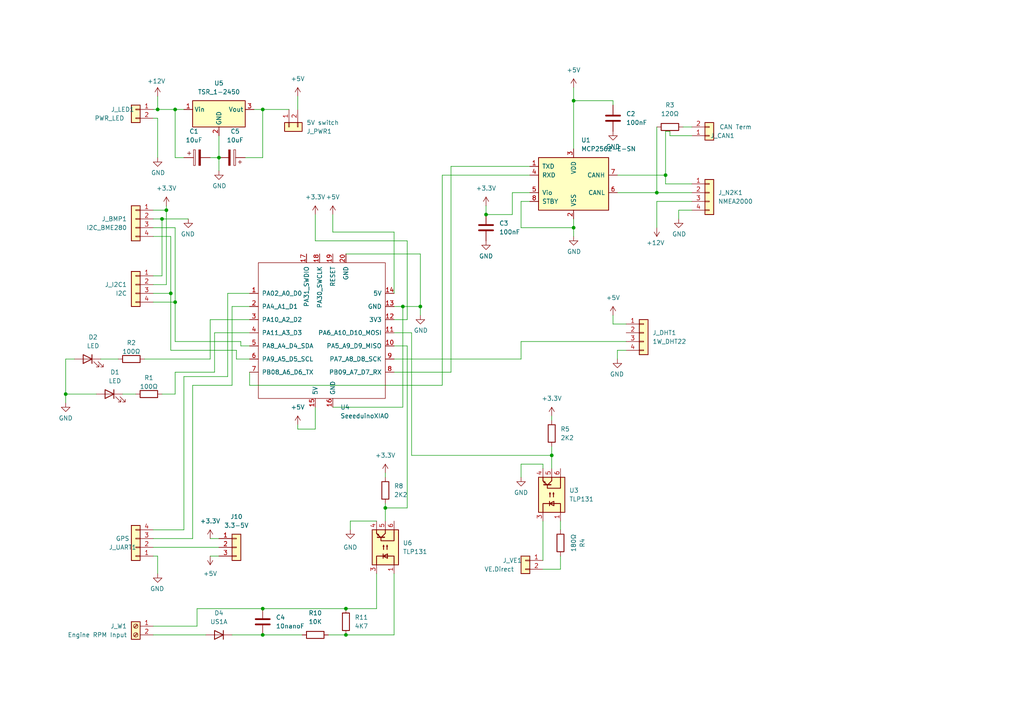
<source format=kicad_sch>
(kicad_sch (version 20231120) (generator "eeschema") (generator_version "8.0")
  (paper "A4")
  (lib_symbols
    (symbol "Connector:Screw_Terminal_01x02" (pin_names (offset 1.016) hide)
      (property "Reference" "J" (at 0 2.54 0))
      (property "Value" "Screw_Terminal_01x02" (at 0 -5.08 0))
      (symbol "Screw_Terminal_01x02_1_1"
        (rectangle (start -1.27 1.27) (end 1.27 -3.81) (stroke (width 0.254)) (fill (type background)))
        (circle (center 0 -2.54) (radius 0.635) (stroke (width 0.1524)))
        (polyline (pts (xy -0.5334 -2.2098) (xy 0.3302 -3.048)) (stroke (width 0.1524)))
        (polyline (pts (xy -0.5334 0.3302) (xy 0.3302 -0.508)) (stroke (width 0.1524)))
        (polyline (pts (xy -0.3556 -2.032) (xy 0.508 -2.8702)) (stroke (width 0.1524)))
        (polyline (pts (xy -0.3556 0.508) (xy 0.508 -0.3302)) (stroke (width 0.1524)))
        (circle (center 0 0) (radius 0.635) (stroke (width 0.1524)))
        (pin passive line (at -5.08 0 0) (length 3.81) (name "Pin_1") (number "1"))
        (pin passive line (at -5.08 -2.54 0) (length 3.81) (name "Pin_2") (number "2"))
      )
    )
    (symbol "Connector_Generic:Conn_01x02" (pin_names (offset 1.016) hide)
      (property "Reference" "J" (at 0 2.54 0))
      (property "Value" "Conn_01x02" (at 0 -5.08 0))
      (symbol "Conn_01x02_1_1"
        (rectangle (start -1.27 -2.413) (end 0 -2.667) (stroke (width 0.1524)))
        (rectangle (start -1.27 0.127) (end 0 -0.127) (stroke (width 0.1524)))
        (rectangle (start -1.27 1.27) (end 1.27 -3.81) (stroke (width 0.254)) (fill (type background)))
        (pin passive line (at -5.08 0 0) (length 3.81) (name "Pin_1") (number "1"))
        (pin passive line (at -5.08 -2.54 0) (length 3.81) (name "Pin_2") (number "2"))
      )
    )
    (symbol "Connector_Generic:Conn_01x03" (pin_names (offset 1.016) hide)
      (property "Reference" "J" (at 0 5.08 0))
      (property "Value" "Conn_01x03" (at 0 -5.08 0))
      (symbol "Conn_01x03_1_1"
        (rectangle (start -1.27 -2.413) (end 0 -2.667) (stroke (width 0.1524)))
        (rectangle (start -1.27 0.127) (end 0 -0.127) (stroke (width 0.1524)))
        (rectangle (start -1.27 2.667) (end 0 2.413) (stroke (width 0.1524)))
        (rectangle (start -1.27 3.81) (end 1.27 -3.81) (stroke (width 0.254)) (fill (type background)))
        (pin passive line (at -5.08 2.54 0) (length 3.81) (name "Pin_1") (number "1"))
        (pin passive line (at -5.08 0 0) (length 3.81) (name "Pin_2") (number "2"))
        (pin passive line (at -5.08 -2.54 0) (length 3.81) (name "Pin_3") (number "3"))
      )
    )
    (symbol "Connector_Generic:Conn_01x04" (pin_names (offset 1.016) hide)
      (property "Reference" "J" (at 0 5.08 0))
      (property "Value" "Conn_01x04" (at 0 -7.62 0))
      (symbol "Conn_01x04_1_1"
        (rectangle (start -1.27 -4.953) (end 0 -5.207) (stroke (width 0.1524)))
        (rectangle (start -1.27 -2.413) (end 0 -2.667) (stroke (width 0.1524)))
        (rectangle (start -1.27 0.127) (end 0 -0.127) (stroke (width 0.1524)))
        (rectangle (start -1.27 2.667) (end 0 2.413) (stroke (width 0.1524)))
        (rectangle (start -1.27 3.81) (end 1.27 -6.35) (stroke (width 0.254)) (fill (type background)))
        (pin passive line (at -5.08 2.54 0) (length 3.81) (name "Pin_1") (number "1"))
        (pin passive line (at -5.08 0 0) (length 3.81) (name "Pin_2") (number "2"))
        (pin passive line (at -5.08 -2.54 0) (length 3.81) (name "Pin_3") (number "3"))
        (pin passive line (at -5.08 -5.08 0) (length 3.81) (name "Pin_4") (number "4"))
      )
    )
    (symbol "Device:C" (pin_numbers hide) (pin_names (offset 0.254))
      (property "Reference" "C" (at 0.635 2.54 0))
      (property "Value" "C" (at 0.635 -2.54 0))
      (symbol "C_0_1"
        (polyline (pts (xy -2.032 -0.762) (xy 2.032 -0.762)) (stroke (width 0.508)))
        (polyline (pts (xy -2.032 0.762) (xy 2.032 0.762)) (stroke (width 0.508)))
      )
      (symbol "C_1_1"
        (pin passive line (at 0 3.81 270) (length 2.794) (name "~") (number "1"))
        (pin passive line (at 0 -3.81 90) (length 2.794) (name "~") (number "2"))
      )
    )
    (symbol "Device:C_Polarized" (pin_numbers hide) (pin_names (offset 0.254))
      (property "Reference" "C" (at 0.635 2.54 0))
      (property "Value" "C_Polarized" (at 0.635 -2.54 0))
      (symbol "C_Polarized_0_1"
        (rectangle (start -2.286 0.508) (end 2.286 1.016))
        (polyline (pts (xy -1.778 2.286) (xy -0.762 2.286)))
        (polyline (pts (xy -1.27 2.794) (xy -1.27 1.778)))
        (rectangle (start 2.286 -0.508) (end -2.286 -1.016) (fill (type outline)))
      )
      (symbol "C_Polarized_1_1"
        (pin passive line (at 0 3.81 270) (length 2.794) (name "~") (number "1"))
        (pin passive line (at 0 -3.81 90) (length 2.794) (name "~") (number "2"))
      )
    )
    (symbol "Device:LED" (pin_numbers hide) (pin_names (offset 1.016) hide)
      (property "Reference" "D" (at 0 2.54 0))
      (property "Value" "LED" (at 0 -2.54 0))
      (symbol "LED_0_1"
        (polyline (pts (xy -1.27 -1.27) (xy -1.27 1.27)) (stroke (width 0.254)))
        (polyline (pts (xy -1.27 0) (xy 1.27 0)))
        (polyline (pts (xy 1.27 -1.27) (xy 1.27 1.27) (xy -1.27 0) (xy 1.27 -1.27)) (stroke (width 0.254)))
        (polyline (pts (xy -3.048 -0.762) (xy -4.572 -2.286) (xy -3.81 -2.286) (xy -4.572 -2.286) (xy -4.572 -1.524)))
        (polyline (pts (xy -1.778 -0.762) (xy -3.302 -2.286) (xy -2.54 -2.286) (xy -3.302 -2.286) (xy -3.302 -1.524)))
      )
      (symbol "LED_1_1"
        (pin passive line (at -3.81 0 0) (length 2.54) (name "K") (number "1"))
        (pin passive line (at 3.81 0 180) (length 2.54) (name "A") (number "2"))
      )
    )
    (symbol "Device:R" (pin_numbers hide) (pin_names (offset 0))
      (property "Reference" "R" (at 2.032 0 90))
      (property "Value" "R" (at 0 0 90))
      (symbol "R_0_1"
        (rectangle (start -1.016 -2.54) (end 1.016 2.54) (stroke (width 0.254)))
      )
      (symbol "R_1_1"
        (pin passive line (at 0 3.81 270) (length 1.27) (name "~") (number "1"))
        (pin passive line (at 0 -3.81 90) (length 1.27) (name "~") (number "2"))
      )
    )
    (symbol "Diode:US1A" (pin_numbers hide) (pin_names hide)
      (property "Reference" "D" (at 0 2.54 0))
      (property "Value" "US1A" (at 0 -2.54 0))
      (symbol "US1A_0_1"
        (polyline (pts (xy -1.27 1.27) (xy -1.27 -1.27)) (stroke (width 0.254)))
        (polyline (pts (xy 1.27 0) (xy -1.27 0)))
        (polyline (pts (xy 1.27 1.27) (xy 1.27 -1.27) (xy -1.27 0) (xy 1.27 1.27)) (stroke (width 0.254)))
      )
      (symbol "US1A_1_1"
        (pin passive line (at -3.81 0 0) (length 2.54) (name "K") (number "1"))
        (pin passive line (at 3.81 0 180) (length 2.54) (name "A") (number "2"))
      )
    )
    (symbol "GND_1" (power) (pin_numbers hide) (pin_names (offset 0) hide)
      (property "Value" "GND" (at 0 -3.81 0))
      (symbol "GND_1_0_1"
        (polyline (pts (xy 0 0) (xy 0 -1.27) (xy 1.27 -1.27) (xy 0 -2.54) (xy -1.27 -1.27) (xy 0 -1.27)))
      )
      (symbol "GND_1_1_1"
        (pin power_in line (at 0 0 270) (length 0) (name "~") (number "1"))
      )
    )
    (symbol "Interface_CAN_LIN:MCP2562-E-SN" (pin_names (offset 1.016))
      (property "Reference" "U" (at -10.16 8.89 0))
      (property "Value" "MCP2562-E-SN" (at 2.54 8.89 0))
      (symbol "MCP2562-E-SN_0_1"
        (rectangle (start -10.16 7.62) (end 10.16 -7.62) (stroke (width 0.254)) (fill (type background)))
      )
      (symbol "MCP2562-E-SN_1_1"
        (pin input line (at -12.7 5.08 0) (length 2.54) (name "TXD") (number "1"))
        (pin power_in line (at 0 -10.16 90) (length 2.54) (name "VSS") (number "2"))
        (pin power_in line (at 0 10.16 270) (length 2.54) (name "VDD") (number "3"))
        (pin output line (at -12.7 2.54 0) (length 2.54) (name "RXD") (number "4"))
        (pin power_in line (at -12.7 -2.54 0) (length 2.54) (name "Vio") (number "5"))
        (pin bidirectional line (at 12.7 -2.54 180) (length 2.54) (name "CANL") (number "6"))
        (pin bidirectional line (at 12.7 2.54 180) (length 2.54) (name "CANH") (number "7"))
        (pin input line (at -12.7 -5.08 0) (length 2.54) (name "STBY") (number "8"))
      )
    )
    (symbol "Isolator:TLP131" (pin_names (offset 1.016))
      (property "Reference" "U" (at -5.207 4.826 0))
      (property "Value" "TLP131" (at -5.08 -5.08 0))
      (symbol "TLP131_0_1"
        (rectangle (start -5.08 3.81) (end 5.08 -3.81) (stroke (width 0.254)) (fill (type background)))
        (polyline (pts (xy -3.175 -0.635) (xy -1.905 -0.635)) (stroke (width 0.254)))
        (polyline (pts (xy 2.921 -1.397) (xy 4.064 -2.54)) (stroke (width 0.254)))
        (polyline (pts (xy 2.921 -1.143) (xy 4.064 0)) (stroke (width 0.254)))
        (polyline (pts (xy 4.064 -2.54) (xy 5.08 -2.54)) (stroke (width 0.254)))
        (polyline (pts (xy 5.08 0) (xy 4.064 0)) (stroke (width 0.254)))
        (polyline (pts (xy 2.921 -0.254) (xy 2.921 -2.286) (xy 2.921 -2.286)) (stroke (width 0.3556)))
        (polyline (pts (xy -5.08 -2.54) (xy -2.54 -2.54) (xy -2.54 2.54) (xy -5.08 2.54)) (stroke (width 0.254)))
        (polyline (pts (xy -2.54 -0.635) (xy -3.175 0.635) (xy -1.905 0.635) (xy -2.54 -0.635)) (stroke (width 0.254)))
        (polyline (pts (xy 2.921 -1.27) (xy 1.905 -1.27) (xy 1.905 2.54) (xy 5.08 2.54)) (stroke (width 0.254)))
        (polyline (pts (xy 3.937 -2.413) (xy 3.683 -1.905) (xy 3.429 -2.159) (xy 3.937 -2.413)) (stroke (width 0.254)))
        (polyline (pts (xy -0.635 -0.508) (xy 0.635 -0.508) (xy 0.254 -0.635) (xy 0.254 -0.381) (xy 0.635 -0.508)) (stroke (width 0.254)))
        (polyline (pts (xy -0.635 0.508) (xy 0.635 0.508) (xy 0.254 0.381) (xy 0.254 0.635) (xy 0.635 0.508)) (stroke (width 0.254)))
      )
      (symbol "TLP131_1_1"
        (pin passive line (at -7.62 2.54 0) (length 2.54) (name "~") (number "1"))
        (pin passive line (at -7.62 -2.54 0) (length 2.54) (name "~") (number "3"))
        (pin passive line (at 7.62 -2.54 180) (length 2.54) (name "~") (number "4"))
        (pin open_collector line (at 7.62 0 180) (length 2.54) (name "~") (number "5"))
        (pin passive line (at 7.62 2.54 180) (length 2.54) (name "~") (number "6"))
      )
    )
    (symbol "Regulator_Switching:TSR_1-2450"
      (property "Reference" "U" (at -7.62 6.35 0))
      (property "Value" "TSR_1-2450" (at -1.27 6.35 0))
      (symbol "TSR_1-2450_0_1"
        (rectangle (start -7.62 5.08) (end 7.62 -2.54) (stroke (width 0.254)) (fill (type background)))
      )
      (symbol "TSR_1-2450_1_1"
        (pin power_in line (at -10.16 2.54 0) (length 2.54) (name "Vin") (number "1"))
        (pin power_in line (at 0 -5.08 90) (length 2.54) (name "GND") (number "2"))
        (pin power_out line (at 10.16 2.54 180) (length 2.54) (name "Vout") (number "3"))
      )
    )
    (symbol "power:+12V" (power) (pin_names (offset 0))
      (property "Value" "+12V" (at 0 3.556 0))
      (symbol "+12V_0_1"
        (polyline (pts (xy -0.762 1.27) (xy 0 2.54)))
        (polyline (pts (xy 0 0) (xy 0 2.54)))
        (polyline (pts (xy 0 2.54) (xy 0.762 1.27)))
      )
      (symbol "+12V_1_1"
        (pin power_in line (at 0 0 90) (length 0) hide (name "+12V") (number "1"))
      )
    )
    (symbol "power:+3.3V" (power) (pin_names (offset 0))
      (property "Value" "+3.3V" (at 0 3.556 0))
      (symbol "+3.3V_0_1"
        (polyline (pts (xy -0.762 1.27) (xy 0 2.54)))
        (polyline (pts (xy 0 0) (xy 0 2.54)))
        (polyline (pts (xy 0 2.54) (xy 0.762 1.27)))
      )
      (symbol "+3.3V_1_1"
        (pin power_in line (at 0 0 90) (length 0) hide (name "+3.3V") (number "1"))
      )
    )
    (symbol "power:+5V" (power) (pin_names (offset 0))
      (property "Value" "+5V" (at 0 3.556 0))
      (symbol "+5V_0_1"
        (polyline (pts (xy -0.762 1.27) (xy 0 2.54)))
        (polyline (pts (xy 0 0) (xy 0 2.54)))
        (polyline (pts (xy 0 2.54) (xy 0.762 1.27)))
      )
      (symbol "+5V_1_1"
        (pin power_in line (at 0 0 90) (length 0) hide (name "+5V") (number "1"))
      )
    )
    (symbol "power:GND" (power) (pin_names (offset 0))
      (property "Value" "GND" (at 0 -3.81 0))
      (symbol "GND_0_1"
        (polyline (pts (xy 0 0) (xy 0 -1.27) (xy 1.27 -1.27) (xy 0 -2.54) (xy -1.27 -1.27) (xy 0 -1.27)))
      )
      (symbol "GND_1_1"
        (pin power_in line (at 0 0 270) (length 0) hide (name "GND") (number "1"))
      )
    )
    (symbol "xiao:SeeeduinoXIAO" (pin_names (offset 1.016))
      (property "Reference" "U" (at -19.05 22.86 0))
      (property "Value" "SeeeduinoXIAO" (at -12.7 21.59 0))
      (symbol "SeeeduinoXIAO_0_1"
        (rectangle (start -19.05 20.32) (end 17.78 -19.05))
      )
      (symbol "SeeeduinoXIAO_1_1"
        (pin unspecified line (at -21.59 11.43 0) (length 2.54) (name "PA02_A0_D0") (number "1"))
        (pin unspecified line (at 20.32 -3.81 180) (length 2.54) (name "PA5_A9_D9_MISO") (number "10"))
        (pin unspecified line (at 20.32 0 180) (length 2.54) (name "PA6_A10_D10_MOSI") (number "11"))
        (pin unspecified line (at 20.32 3.81 180) (length 2.54) (name "3V3") (number "12"))
        (pin unspecified line (at 20.32 7.62 180) (length 2.54) (name "GND") (number "13"))
        (pin unspecified line (at 20.32 11.43 180) (length 2.54) (name "5V") (number "14"))
        (pin input line (at -2.54 -21.59 90) (length 2.54) (name "5V") (number "15"))
        (pin input line (at 2.54 -21.59 90) (length 2.54) (name "GND") (number "16"))
        (pin input line (at -5.08 22.86 270) (length 2.54) (name "PA31_SWDIO") (number "17"))
        (pin input line (at -1.27 22.86 270) (length 2.54) (name "PA30_SWCLK") (number "18"))
        (pin input line (at 2.54 22.86 270) (length 2.54) (name "RESET") (number "19"))
        (pin unspecified line (at -21.59 7.62 0) (length 2.54) (name "PA4_A1_D1") (number "2"))
        (pin input line (at 6.35 22.86 270) (length 2.54) (name "GND") (number "20"))
        (pin unspecified line (at -21.59 3.81 0) (length 2.54) (name "PA10_A2_D2") (number "3"))
        (pin unspecified line (at -21.59 0 0) (length 2.54) (name "PA11_A3_D3") (number "4"))
        (pin unspecified line (at -21.59 -3.81 0) (length 2.54) (name "PA8_A4_D4_SDA") (number "5"))
        (pin unspecified line (at -21.59 -7.62 0) (length 2.54) (name "PA9_A5_D5_SCL") (number "6"))
        (pin unspecified line (at -21.59 -11.43 0) (length 2.54) (name "PB08_A6_D6_TX") (number "7"))
        (pin unspecified line (at 20.32 -11.43 180) (length 2.54) (name "PB09_A7_D7_RX") (number "8"))
        (pin unspecified line (at 20.32 -7.62 180) (length 2.54) (name "PA7_A8_D8_SCK") (number "9"))
      )
    )
  )
  (junction (at 193.04 50.8))
  (junction (at 76.2 184.15))
  (junction (at 46.99 63.5))
  (junction (at 160.02 132.08))
  (junction (at 45.72 31.75))
  (junction (at 100.33 176.53))
  (junction (at 166.37 66.04))
  (junction (at 100.33 184.15))
  (junction (at 111.76 147.32))
  (junction (at 49.53 85.09))
  (junction (at 140.97 62.23))
  (junction (at 76.2 31.75))
  (junction (at 19.05 114.3))
  (junction (at 116.84 88.9))
  (junction (at 166.37 29.21))
  (junction (at 121.92 88.9))
  (junction (at 50.8 31.75))
  (junction (at 48.26 60.96))
  (junction (at 63.5 45.72))
  (junction (at 76.2 176.53))
  (junction (at 50.8 87.63))
  (junction (at 190.5 55.88))
  (wire (pts (xy 190.5 55.88) (xy 200.66 55.88)))
  (wire (pts (xy 119.38 96.52) (xy 119.38 132.08)))
  (wire (pts (xy 179.07 101.6) (xy 179.07 104.14)))
  (wire (pts (xy 57.15 181.61) (xy 44.45 181.61)))
  (wire (pts (xy 66.04 109.22) (xy 66.04 85.09)))
  (wire (pts (xy 49.53 68.58) (xy 49.53 85.09)))
  (wire (pts (xy 151.13 58.42) (xy 153.67 58.42)))
  (wire (pts (xy 45.72 34.29) (xy 45.72 45.72)))
  (wire (pts (xy 46.99 80.01) (xy 44.45 80.01)))
  (wire (pts (xy 140.97 59.69) (xy 140.97 62.23)))
  (wire (pts (xy 151.13 66.04) (xy 166.37 66.04)))
  (wire (pts (xy 193.04 53.34) (xy 193.04 50.8)))
  (wire (pts (xy 49.53 85.09) (xy 49.53 101.6)))
  (wire (pts (xy 50.8 87.63) (xy 44.45 87.63)))
  (wire (pts (xy 114.3 67.31) (xy 114.3 85.09)))
  (wire (pts (xy 151.13 58.42) (xy 151.13 66.04)))
  (wire (pts (xy 181.61 93.98) (xy 177.8 93.98)))
  (wire (pts (xy 76.2 184.15) (xy 87.63 184.15)))
  (wire (pts (xy 67.31 88.9) (xy 72.39 88.9)))
  (wire (pts (xy 140.97 62.23) (xy 148.59 62.23)))
  (wire (pts (xy 130.81 48.26) (xy 153.67 48.26)))
  (wire (pts (xy 190.5 36.83) (xy 190.5 55.88)))
  (wire (pts (xy 45.72 31.75) (xy 50.8 31.75)))
  (wire (pts (xy 91.44 69.85) (xy 118.11 69.85)))
  (wire (pts (xy 111.76 137.16) (xy 111.76 138.43)))
  (wire (pts (xy 62.23 96.52) (xy 72.39 96.52)))
  (wire (pts (xy 177.8 30.48) (xy 177.8 29.21)))
  (wire (pts (xy 166.37 29.21) (xy 177.8 29.21)))
  (wire (pts (xy 109.22 151.13) (xy 101.6 151.13)))
  (wire (pts (xy 151.13 134.62) (xy 151.13 138.43)))
  (wire (pts (xy 91.44 118.11) (xy 91.44 124.46)))
  (wire (pts (xy 66.04 85.09) (xy 72.39 85.09)))
  (wire (pts (xy 109.22 176.53) (xy 100.33 176.53)))
  (wire (pts (xy 162.56 151.13) (xy 162.56 153.67)))
  (wire (pts (xy 72.39 107.95) (xy 72.39 111.76)))
  (wire (pts (xy 160.02 121.92) (xy 160.02 120.65)))
  (wire (pts (xy 119.38 132.08) (xy 160.02 132.08)))
  (wire (pts (xy 50.8 31.75) (xy 53.34 31.75)))
  (wire (pts (xy 46.99 114.3) (xy 50.8 114.3)))
  (wire (pts (xy 114.3 107.95) (xy 130.81 107.95)))
  (wire (pts (xy 95.25 184.15) (xy 100.33 184.15)))
  (wire (pts (xy 200.66 36.83) (xy 198.12 36.83)))
  (wire (pts (xy 68.58 104.14) (xy 72.39 104.14)))
  (wire (pts (xy 57.15 176.53) (xy 57.15 181.61)))
  (wire (pts (xy 49.53 68.58) (xy 44.45 68.58)))
  (wire (pts (xy 157.48 135.89) (xy 157.48 134.62)))
  (wire (pts (xy 44.45 158.75) (xy 63.5 158.75)))
  (wire (pts (xy 50.8 114.3) (xy 50.8 107.95)))
  (wire (pts (xy 157.48 151.13) (xy 157.48 162.56)))
  (wire (pts (xy 160.02 129.54) (xy 160.02 132.08)))
  (wire (pts (xy 44.45 60.96) (xy 48.26 60.96)))
  (wire (pts (xy 118.11 92.71) (xy 114.3 92.71)))
  (wire (pts (xy 114.3 100.33) (xy 118.11 100.33)))
  (wire (pts (xy 193.04 38.1) (xy 193.04 50.8)))
  (wire (pts (xy 67.31 111.76) (xy 67.31 88.9)))
  (wire (pts (xy 69.85 100.33) (xy 72.39 100.33)))
  (wire (pts (xy 196.85 60.96) (xy 196.85 63.5)))
  (wire (pts (xy 91.44 62.23) (xy 91.44 69.85)))
  (wire (pts (xy 162.56 161.29) (xy 162.56 165.1)))
  (wire (pts (xy 55.88 111.76) (xy 55.88 156.21)))
  (wire (pts (xy 44.45 156.21) (xy 55.88 156.21)))
  (wire (pts (xy 86.36 27.94) (xy 86.36 31.75)))
  (wire (pts (xy 45.72 27.94) (xy 45.72 31.75)))
  (wire (pts (xy 190.5 58.42) (xy 200.66 58.42)))
  (wire (pts (xy 193.04 53.34) (xy 200.66 53.34)))
  (wire (pts (xy 111.76 147.32) (xy 111.76 151.13)))
  (wire (pts (xy 166.37 29.21) (xy 166.37 43.18)))
  (wire (pts (xy 48.26 60.96) (xy 48.26 82.55)))
  (wire (pts (xy 19.05 114.3) (xy 27.94 114.3)))
  (wire (pts (xy 148.59 55.88) (xy 148.59 62.23)))
  (wire (pts (xy 68.58 101.6) (xy 68.58 104.14)))
  (wire (pts (xy 194.31 38.1) (xy 193.04 38.1)))
  (wire (pts (xy 19.05 104.14) (xy 21.59 104.14)))
  (wire (pts (xy 190.5 58.42) (xy 190.5 66.04)))
  (wire (pts (xy 86.36 124.46) (xy 86.36 123.19)))
  (wire (pts (xy 121.92 73.66) (xy 121.92 88.9)))
  (wire (pts (xy 194.31 39.37) (xy 200.66 39.37)))
  (wire (pts (xy 48.26 59.69) (xy 48.26 60.96)))
  (wire (pts (xy 166.37 63.5) (xy 166.37 66.04)))
  (wire (pts (xy 151.13 99.06) (xy 181.61 99.06)))
  (wire (pts (xy 53.34 109.22) (xy 53.34 153.67)))
  (wire (pts (xy 166.37 66.04) (xy 166.37 68.58)))
  (wire (pts (xy 179.07 50.8) (xy 193.04 50.8)))
  (wire (pts (xy 62.23 107.95) (xy 62.23 96.52)))
  (wire (pts (xy 69.85 99.06) (xy 69.85 100.33)))
  (wire (pts (xy 41.91 104.14) (xy 60.96 104.14)))
  (wire (pts (xy 100.33 184.15) (xy 114.3 184.15)))
  (wire (pts (xy 63.5 39.37) (xy 63.5 45.72)))
  (wire (pts (xy 50.8 66.04) (xy 50.8 87.63)))
  (wire (pts (xy 19.05 116.84) (xy 19.05 114.3)))
  (wire (pts (xy 196.85 60.96) (xy 200.66 60.96)))
  (wire (pts (xy 130.81 48.26) (xy 130.81 107.95)))
  (wire (pts (xy 50.8 45.72) (xy 53.34 45.72)))
  (wire (pts (xy 44.45 82.55) (xy 48.26 82.55)))
  (wire (pts (xy 116.84 88.9) (xy 121.92 88.9)))
  (wire (pts (xy 111.76 146.05) (xy 111.76 147.32)))
  (wire (pts (xy 109.22 166.37) (xy 109.22 176.53)))
  (wire (pts (xy 19.05 104.14) (xy 19.05 114.3)))
  (wire (pts (xy 114.3 166.37) (xy 114.3 184.15)))
  (wire (pts (xy 153.67 50.8) (xy 128.27 50.8)))
  (wire (pts (xy 96.52 67.31) (xy 114.3 67.31)))
  (wire (pts (xy 55.88 111.76) (xy 67.31 111.76)))
  (wire (pts (xy 46.99 63.5) (xy 46.99 80.01)))
  (wire (pts (xy 114.3 104.14) (xy 151.13 104.14)))
  (wire (pts (xy 101.6 151.13) (xy 101.6 153.67)))
  (wire (pts (xy 53.34 109.22) (xy 66.04 109.22)))
  (wire (pts (xy 177.8 91.44) (xy 177.8 93.98)))
  (wire (pts (xy 60.96 45.72) (xy 63.5 45.72)))
  (wire (pts (xy 49.53 101.6) (xy 68.58 101.6)))
  (wire (pts (xy 118.11 69.85) (xy 118.11 92.71)))
  (wire (pts (xy 157.48 165.1) (xy 162.56 165.1)))
  (wire (pts (xy 71.12 45.72) (xy 76.2 45.72)))
  (wire (pts (xy 151.13 104.14) (xy 151.13 99.06)))
  (wire (pts (xy 60.96 104.14) (xy 60.96 92.71)))
  (wire (pts (xy 128.27 111.76) (xy 72.39 111.76)))
  (wire (pts (xy 166.37 25.4) (xy 166.37 29.21)))
  (wire (pts (xy 45.72 161.29) (xy 45.72 166.37)))
  (wire (pts (xy 114.3 88.9) (xy 116.84 88.9)))
  (wire (pts (xy 96.52 62.23) (xy 96.52 67.31)))
  (wire (pts (xy 73.66 31.75) (xy 76.2 31.75)))
  (wire (pts (xy 179.07 101.6) (xy 181.61 101.6)))
  (wire (pts (xy 121.92 88.9) (xy 121.92 91.44)))
  (wire (pts (xy 160.02 132.08) (xy 160.02 135.89)))
  (wire (pts (xy 148.59 55.88) (xy 153.67 55.88)))
  (wire (pts (xy 44.45 153.67) (xy 53.34 153.67)))
  (wire (pts (xy 96.52 118.11) (xy 116.84 118.11)))
  (wire (pts (xy 57.15 176.53) (xy 76.2 176.53)))
  (wire (pts (xy 54.61 63.5) (xy 46.99 63.5)))
  (wire (pts (xy 29.21 104.14) (xy 34.29 104.14)))
  (wire (pts (xy 118.11 100.33) (xy 118.11 147.32)))
  (wire (pts (xy 111.76 147.32) (xy 118.11 147.32)))
  (wire (pts (xy 50.8 66.04) (xy 44.45 66.04)))
  (wire (pts (xy 60.96 161.29) (xy 63.5 161.29)))
  (wire (pts (xy 44.45 34.29) (xy 45.72 34.29)))
  (wire (pts (xy 76.2 31.75) (xy 83.82 31.75)))
  (wire (pts (xy 116.84 118.11) (xy 116.84 88.9)))
  (wire (pts (xy 44.45 161.29) (xy 45.72 161.29)))
  (wire (pts (xy 50.8 107.95) (xy 62.23 107.95)))
  (wire (pts (xy 50.8 99.06) (xy 69.85 99.06)))
  (wire (pts (xy 60.96 92.71) (xy 72.39 92.71)))
  (wire (pts (xy 46.99 63.5) (xy 44.45 63.5)))
  (wire (pts (xy 91.44 124.46) (xy 86.36 124.46)))
  (wire (pts (xy 194.31 38.1) (xy 194.31 39.37)))
  (wire (pts (xy 63.5 45.72) (xy 63.5 49.53)))
  (wire (pts (xy 44.45 184.15) (xy 59.69 184.15)))
  (wire (pts (xy 157.48 134.62) (xy 151.13 134.62)))
  (wire (pts (xy 179.07 55.88) (xy 190.5 55.88)))
  (wire (pts (xy 67.31 184.15) (xy 76.2 184.15)))
  (wire (pts (xy 114.3 96.52) (xy 119.38 96.52)))
  (wire (pts (xy 63.5 156.21) (xy 60.96 156.21)))
  (wire (pts (xy 100.33 73.66) (xy 121.92 73.66)))
  (wire (pts (xy 44.45 31.75) (xy 45.72 31.75)))
  (wire (pts (xy 128.27 50.8) (xy 128.27 111.76)))
  (wire (pts (xy 76.2 176.53) (xy 100.33 176.53)))
  (wire (pts (xy 50.8 31.75) (xy 50.8 45.72)))
  (wire (pts (xy 50.8 87.63) (xy 50.8 99.06)))
  (wire (pts (xy 49.53 85.09) (xy 44.45 85.09)))
  (wire (pts (xy 35.56 114.3) (xy 39.37 114.3)))
  (wire (pts (xy 76.2 45.72) (xy 76.2 31.75)))
  (symbol (lib_id "power:GND") (at 63.5 49.53 0) (unit 1)
    (property "Reference" "#PWR04" (effects (hide yes)))
    (property "Value" "GND" (at 63.627 53.9242 0))
  )
  (symbol (lib_id "power:+12V") (at 45.72 27.94 0) (mirror y) (unit 1)
    (property "Reference" "#PWR01" (effects (hide yes)))
    (property "Value" "+12V" (at 45.339 23.5458 0))
  )
  (symbol (lib_id "power:GND") (at 166.37 68.58 0) (unit 1)
    (property "Reference" "#PWR0102" (effects (hide yes)))
    (property "Value" "GND" (at 166.497 72.9742 0))
  )
  (symbol (lib_id "power:+5V") (at 60.96 161.29 180) (unit 1)
    (property "Reference" "#PWR019" (effects (hide yes)))
    (property "Value" "+5V" (at 60.96 166.37 0))
  )
  (symbol (lib_id "Device:R") (at 111.76 142.24 0) (unit 1)
    (property "Reference" "R8" (at 114.3 140.9699 0) (effects (justify left)))
    (property "Value" "2K2" (at 114.3 143.5099 0) (effects (justify left)))
    (property "Footprint" "Resistor_SMD:R_0805_2012Metric_Pad1.20x1.40mm_HandSolder" (effects (hide yes)))
    (property "Description" "Resistor" (effects (hide yes)))
  )
  (symbol (lib_id "power:GND") (at 45.72 45.72 0) (unit 1)
    (property "Reference" "#PWR023" (effects (hide yes)))
    (property "Value" "GND" (at 45.847 50.1142 0))
  )
  (symbol (lib_id "power:+3.3V") (at 160.02 120.65 0) (unit 1)
    (property "Reference" "#PWR017" (effects (hide yes)))
    (property "Value" "+3.3V" (at 160.02 115.57 0))
  )
  (symbol (lib_id "power:+3.3V") (at 111.76 137.16 0) (unit 1)
    (property "Reference" "#PWR020" (effects (hide yes)))
    (property "Value" "+3.3V" (at 111.76 132.08 0))
  )
  (symbol (lib_id "power:+3.3V") (at 60.96 156.21 0) (mirror y) (unit 1)
    (property "Reference" "#PWR09" (effects (hide yes)))
    (property "Value" "+3.3V" (at 60.96 151.13 0))
  )
  (symbol (lib_id "Connector_Generic:Conn_01x02") (at 152.4 162.56 0) (mirror y) (unit 1)
    (property "Reference" "J_VE1" (at 148.59 162.56 0))
    (property "Value" "VE.Direct" (at 144.78 165.1 0))
    (property "Footprint" "Connector_JST:JST_PH_B2B-PH-K_1x02_P2.00mm_Vertical" (effects (hide yes)))
  )
  (symbol (lib_id "Interface_CAN_LIN:MCP2562-E-SN") (at 166.37 53.34 0) (unit 1)
    (property "Reference" "U1" (at 168.5641 40.64 0) (effects (justify left)))
    (property "Value" "MCP2562-E-SN" (at 168.5641 43.18 0) (effects (justify left)))
    (property "Footprint" "Package_SO:SOIC-8_3.9x4.9mm_P1.27mm" (effects (hide yes)))
    (property "Datasheet" "http://ww1.microchip.com/downloads/en/DeviceDoc/25167A.pdf" (effects (hide yes)))
    (property "Description" "High-Speed CAN Transceiver, 1Mbps, 5V supply, Vio pin, -40C to +125C, SOIC-8" (effects (hide yes)))
  )
  (symbol (lib_id "Device:C_Polarized") (at 67.31 45.72 270) (mirror x) (unit 1)
    (property "Reference" "C5" (at 68.199 38.1 90))
    (property "Value" "10uF" (at 68.199 40.64 90))
    (property "Footprint" "Capacitor_SMD:C_0805_2012Metric_Pad1.18x1.45mm_HandSolder" (effects (hide yes)))
  )
  (symbol (lib_id "power:+5V") (at 86.36 27.94 0) (unit 1)
    (property "Reference" "#PWR014" (effects (hide yes)))
    (property "Value" "+5V" (at 86.36 22.86 0))
  )
  (symbol (lib_id "Device:R") (at 162.56 157.48 0) (unit 1)
    (property "Reference" "R4" (at 168.91 157.48 90))
    (property "Value" "180Ω" (at 166.37 157.48 90))
    (property "Footprint" "Resistor_SMD:R_0805_2012Metric_Pad1.20x1.40mm_HandSolder" (effects (hide yes)))
  )
  (symbol (lib_id "Connector_Generic:Conn_01x02") (at 39.37 31.75 0) (mirror y) (unit 1)
    (property "Reference" "J_LED1" (at 35.56 31.75 0))
    (property "Value" "PWR_LED" (at 31.75 34.29 0))
    (property "Footprint" "Connector_JST:JST_PH_B2B-PH-K_1x02_P2.00mm_Vertical" (effects (hide yes)))
  )
  (symbol (lib_id "power:GND") (at 121.92 91.44 0) (unit 1)
    (property "Reference" "#PWR05" (effects (hide yes)))
    (property "Value" "GND" (at 122.047 95.8342 0))
  )
  (symbol (lib_id "power:+5V") (at 86.36 123.19 0) (unit 1)
    (property "Reference" "#PWR024" (effects (hide yes)))
    (property "Value" "+5V" (at 86.36 118.11 0))
  )
  (symbol (lib_id "power:+3.3V") (at 91.44 62.23 0) (unit 1)
    (property "Reference" "#PWR010" (effects (hide yes)))
    (property "Value" "+3.3V" (at 91.44 57.15 0))
  )
  (symbol (lib_id "Connector_Generic:Conn_01x04") (at 39.37 63.5 0) (mirror y) (unit 1)
    (property "Reference" "J_BMP1" (at 36.83 63.4999 0) (effects (justify left)))
    (property "Value" "I2C_BME280" (at 36.83 66.0399 0) (effects (justify left)))
    (property "Footprint" "Connector_PinHeader_2.54mm:PinHeader_1x04_P2.54mm_Vertical" (effects (hide yes)))
  )
  (symbol (lib_id "power:+3.3V") (at 48.26 59.69 0) (mirror y) (unit 1)
    (property "Reference" "#PWR012" (effects (hide yes)))
    (property "Value" "+3.3V" (at 48.26 54.61 0))
  )
  (symbol (lib_id "Connector_Generic:Conn_01x02") (at 205.74 39.37 0) (mirror x) (unit 1)
    (property "Reference" "J_CAN1" (at 209.55 39.37 0))
    (property "Value" "CAN Term" (at 213.36 36.83 0))
    (property "Footprint" "Connector_PinHeader_2.54mm:PinHeader_1x02_P2.54mm_Vertical" (effects (hide yes)))
  )
  (symbol (lib_id "power:GND") (at 45.72 166.37 0) (mirror y) (unit 1)
    (property "Reference" "#PWR07" (effects (hide yes)))
    (property "Value" "GND" (at 45.593 170.7642 0))
  )
  (symbol (lib_id "Diode:US1A") (at 63.5 184.15 180) (unit 1)
    (property "Reference" "D4" (at 63.5 177.8 0))
    (property "Value" "US1A" (at 63.5 180.34 0))
    (property "Footprint" "Diode_SMD:D_SMA" (effects (hide yes)))
    (property "Datasheet" "https://www.diodes.com/assets/Datasheets/ds16008.pdf" (effects (hide yes)))
    (property "Description" "50V, 1A, General Purpose Rectifier Diode, SMA(DO-214AC)" (effects (hide yes)))
    (property "Sim.Device" "D" (effects (hide yes)))
    (property "Sim.Pins" "1=K 2=A" (effects (hide yes)))
  )
  (symbol (lib_id "power:+5V") (at 177.8 91.44 0) (mirror y) (unit 1)
    (property "Reference" "#PWR016" (effects (hide yes)))
    (property "Value" "+5V" (at 177.8 86.36 0))
  )
  (symbol (lib_id "power:GND") (at 177.8 38.1 0) (unit 1)
    (property "Reference" "#PWR02" (effects (hide yes)))
    (property "Value" "GND" (at 177.8 42.5434 0))
  )
  (symbol (lib_id "xiao:SeeeduinoXIAO") (at 93.98 96.52 0) (unit 1)
    (property "Reference" "U4" (at 98.7141 118.11 0) (effects (justify left)))
    (property "Value" "SeeeduinoXIAO" (at 98.7141 120.65 0) (effects (justify left)))
    (property "Footprint" "xiao:Seeeduino XIAO-MOUDLE14P-2.54-21X17.8MM_1" (effects (hide yes)))
  )
  (symbol (lib_id "Device:R") (at 43.18 114.3 90) (unit 1)
    (property "Reference" "R1" (at 43.18 109.5842 90))
    (property "Value" "100Ω" (at 43.18 112.1211 90))
    (property "Footprint" "Resistor_SMD:R_0805_2012Metric_Pad1.20x1.40mm_HandSolder" (effects (hide yes)))
  )
  (symbol (lib_id "Regulator_Switching:TSR_1-2450") (at 63.5 34.29 0) (unit 1)
    (property "Reference" "U5" (at 63.5 24.13 0))
    (property "Value" "TSR_1-2450" (at 63.5 26.67 0))
    (property "Footprint" "Converter_DCDC:Converter_DCDC_TRACO_TSR-1_THT" (effects (hide yes)))
    (property "Datasheet" "http://www.tracopower.com/products/tsr1.pdf" (effects (hide yes)))
    (property "Description" "1A step-down regulator module, fixed 5V output voltage, 5-36V input voltage, -40°C to +85°C temperature range, TO-220 compatible LM78xx replacement" (effects (hide yes)))
  )
  (symbol (lib_id "Device:R") (at 160.02 125.73 0) (unit 1)
    (property "Reference" "R5" (at 162.56 124.4599 0) (effects (justify left)))
    (property "Value" "2K2" (at 162.56 126.9999 0) (effects (justify left)))
    (property "Footprint" "Resistor_SMD:R_0805_2012Metric_Pad1.20x1.40mm_HandSolder" (effects (hide yes)))
  )
  (symbol (lib_id "Connector_Generic:Conn_01x04") (at 39.37 82.55 0) (mirror y) (unit 1)
    (property "Reference" "J_I2C1" (at 36.83 82.5499 0) (effects (justify left)))
    (property "Value" "I2C" (at 36.83 85.0899 0) (effects (justify left)))
    (property "Footprint" "Connector_JST:JST_PH_B4B-PH-K_1x04_P2.00mm_Vertical" (effects (hide yes)))
  )
  (symbol (lib_id "Device:C") (at 76.2 180.34 0) (unit 1)
    (property "Reference" "C4" (at 80.01 179.0699 0) (effects (justify left)))
    (property "Value" "10nanoF" (at 80.01 181.6099 0) (effects (justify left)))
    (property "Footprint" "Capacitor_SMD:C_0805_2012Metric_Pad1.18x1.45mm_HandSolder" (effects (hide yes)))
    (property "Description" "Unpolarized capacitor" (effects (hide yes)))
  )
  (symbol (lib_id "power:+12V") (at 190.5 66.04 180) (unit 1)
    (property "Reference" "#PWR03" (effects (hide yes)))
    (property "Value" "+12V" (at 190.119 70.4342 0))
  )
  (symbol (lib_id "Device:R") (at 38.1 104.14 90) (unit 1)
    (property "Reference" "R2" (at 38.1 99.4242 90))
    (property "Value" "100Ω" (at 38.1 101.9611 90))
    (property "Footprint" "Resistor_SMD:R_0805_2012Metric_Pad1.20x1.40mm_HandSolder" (effects (hide yes)))
  )
  (symbol (lib_id "Device:R") (at 100.33 180.34 180) (unit 1)
    (property "Reference" "R11" (at 102.87 179.0699 0) (effects (justify right)))
    (property "Value" "4K7" (at 102.87 181.6099 0) (effects (justify right)))
    (property "Footprint" "Resistor_SMD:R_0805_2012Metric_Pad1.20x1.40mm_HandSolder" (effects (hide yes)))
    (property "Description" "Resistor" (effects (hide yes)))
  )
  (symbol (lib_id "Connector_Generic:Conn_01x02") (at 83.82 36.83 90) (mirror x) (unit 1)
    (property "Reference" "J_PWR1" (at 88.9 38.1 90) (effects (justify right)))
    (property "Value" "5V switch" (at 88.9 35.56 90) (effects (justify right)))
    (property "Footprint" "Connector_PinHeader_2.54mm:PinHeader_1x02_P2.54mm_Vertical" (effects (hide yes)))
  )
  (symbol (lib_id "Isolator:TLP131") (at 160.02 143.51 270) (mirror x) (unit 1)
    (property "Reference" "U3" (at 165.1 142.2399 90) (effects (justify left)))
    (property "Value" "TLP131" (at 165.1 144.7799 90) (effects (justify left)))
    (property "Footprint" "Package_SO:MFSOP6-5_4.4x3.6mm_P1.27mm" (effects (hide yes)))
    (property "Datasheet" "https://toshiba.semicon-storage.com/info/docget.jsp?did=16742&prodName=TLP131" (effects (hide yes)))
    (property "Description" "DC Optocoupler Base Connected, Vce 80V, CTR 50-200%, MFSOP6" (effects (hide yes)))
  )
  (symbol (lib_id "Isolator:TLP131") (at 111.76 158.75 270) (mirror x) (unit 1)
    (property "Reference" "U6" (at 116.84 157.4799 90) (effects (justify left)))
    (property "Value" "TLP131" (at 116.84 160.0199 90) (effects (justify left)))
    (property "Footprint" "Package_SO:MFSOP6-5_4.4x3.6mm_P1.27mm" (effects (hide yes)))
    (property "Datasheet" "https://toshiba.semicon-storage.com/info/docget.jsp?did=16742&prodName=TLP131" (effects (hide yes)))
    (property "Description" "DC Optocoupler Base Connected, Vce 80V, CTR 50-200%, MFSOP6" (effects (hide yes)))
  )
  (symbol (lib_id "power:GND") (at 196.85 63.5 0) (unit 1)
    (property "Reference" "#PWR022" (effects (hide yes)))
    (property "Value" "GND" (at 196.977 67.8942 0))
  )
  (symbol (lib_id "power:+5V") (at 96.52 62.23 0) (unit 1)
    (property "Reference" "#PWR013" (effects (hide yes)))
    (property "Value" "+5V" (at 96.52 57.15 0))
  )
  (symbol (lib_id "power:+3.3V") (at 140.97 59.69 0) (unit 1)
    (property "Reference" "#PWR011" (effects (hide yes)))
    (property "Value" "+3.3V" (at 140.97 54.61 0))
  )
  (symbol (lib_id "power:GND") (at 179.07 104.14 0) (mirror y) (unit 1)
    (property "Reference" "#PWR0101" (effects (hide yes)))
    (property "Value" "GND" (at 178.943 108.5342 0))
  )
  (symbol (lib_id "Device:LED") (at 25.4 104.14 0) (mirror y) (unit 1)
    (property "Reference" "D2" (at 26.9875 97.79 0))
    (property "Value" "LED" (at 26.9875 100.33 0))
    (property "Footprint" "Diode_SMD:D_0805_2012Metric_Pad1.15x1.40mm_HandSolder" (effects (hide yes)))
  )
  (symbol (lib_id "power:+5V") (at 166.37 25.4 0) (unit 1)
    (property "Reference" "#PWR015" (effects (hide yes)))
    (property "Value" "+5V" (at 166.37 20.32 0))
  )
  (symbol (lib_id "Connector_Generic:Conn_01x04") (at 186.69 96.52 0) (unit 1)
    (property "Reference" "J_DHT1" (at 189.23 96.5199 0) (effects (justify left)))
    (property "Value" "1W_DHT22" (at 189.23 99.0599 0) (effects (justify left)))
    (property "Footprint" "Connector_JST:JST_PH_B4B-PH-K_1x04_P2.00mm_Vertical" (effects (hide yes)))
  )
  (symbol (lib_id "Connector_Generic:Conn_01x04") (at 205.74 55.88 0) (unit 1)
    (property "Reference" "J_N2K1" (at 208.28 55.8799 0) (effects (justify left)))
    (property "Value" "NMEA2000" (at 208.28 58.4199 0) (effects (justify left)))
    (property "Footprint" "Connector_JST:JST_PH_B4B-PH-K_1x04_P2.00mm_Vertical" (effects (hide yes)))
  )
  (symbol (lib_id "Device:C") (at 177.8 34.29 0) (unit 1)
    (property "Reference" "C2" (at 181.61 33.0199 0) (effects (justify left)))
    (property "Value" "100nF" (at 181.61 35.5599 0) (effects (justify left)))
    (property "Footprint" "Capacitor_SMD:C_0805_2012Metric_Pad1.18x1.45mm_HandSolder" (effects (hide yes)))
  )
  (symbol (lib_id "Device:LED") (at 31.75 114.3 0) (mirror y) (unit 1)
    (property "Reference" "D1" (at 33.3375 107.95 0))
    (property "Value" "LED" (at 33.3375 110.49 0))
    (property "Footprint" "Diode_SMD:D_0805_2012Metric_Pad1.15x1.40mm_HandSolder" (effects (hide yes)))
  )
  (symbol (lib_id "Connector:Screw_Terminal_01x02") (at 39.37 181.61 0) (mirror y) (unit 1)
    (property "Reference" "J_W1" (at 36.83 181.6099 0) (effects (justify left)))
    (property "Value" "Engine RPM Input" (at 36.83 184.1499 0) (effects (justify left)))
    (property "Footprint" "TerminalBlock_Phoenix:TerminalBlock_Phoenix_MKDS-1,5-2_1x02_P5.00mm_Horizontal" (effects (hide yes)))
    (property "Description" "Generic screw terminal, single row, 01x02, script generated (kicad-library-utils/schlib/autogen/connector/)" (effects (hide yes)))
  )
  (symbol (lib_name "GND_1") (lib_id "power:GND") (at 101.6 153.67 0) (unit 1)
    (property "Reference" "#PWR021" (effects (hide yes)))
    (property "Value" "GND" (at 101.6 158.75 0))
    (property "Description" "Power symbol creates a global label with name \"GND\" , ground" (effects (hide yes)))
  )
  (symbol (lib_id "power:GND") (at 140.97 69.85 0) (unit 1)
    (property "Reference" "#PWR08" (effects (hide yes)))
    (property "Value" "GND" (at 140.97 74.2934 0))
  )
  (symbol (lib_id "power:GND") (at 54.61 63.5 0) (mirror y) (unit 1)
    (property "Reference" "#PWR06" (effects (hide yes)))
    (property "Value" "GND" (at 54.483 67.8942 0))
  )
  (symbol (lib_id "Device:C") (at 140.97 66.04 0) (unit 1)
    (property "Reference" "C3" (at 144.78 64.7699 0) (effects (justify left)))
    (property "Value" "100nF" (at 144.78 67.3099 0) (effects (justify left)))
    (property "Footprint" "Capacitor_SMD:C_0805_2012Metric_Pad1.18x1.45mm_HandSolder" (effects (hide yes)))
  )
  (symbol (lib_id "Device:C_Polarized") (at 57.15 45.72 90) (mirror x) (unit 1)
    (property "Reference" "C1" (at 56.261 38.1 90))
    (property "Value" "10uF" (at 56.261 40.64 90))
    (property "Footprint" "Capacitor_SMD:C_0805_2012Metric_Pad1.18x1.45mm_HandSolder" (effects (hide yes)))
  )
  (symbol (lib_id "Device:R") (at 91.44 184.15 270) (unit 1)
    (property "Reference" "R10" (at 91.44 177.8 90))
    (property "Value" "10K" (at 91.44 180.34 90))
    (property "Footprint" "Resistor_SMD:R_0805_2012Metric_Pad1.20x1.40mm_HandSolder" (effects (hide yes)))
    (property "Description" "Resistor" (effects (hide yes)))
  )
  (symbol (lib_id "power:GND") (at 151.13 138.43 0) (unit 1)
    (property "Reference" "#PWR018" (effects (hide yes)))
    (property "Value" "GND" (at 151.13 142.8734 0))
  )
  (symbol (lib_id "Connector_Generic:Conn_01x03") (at 68.58 158.75 0) (unit 1)
    (property "Reference" "J10" (at 68.58 149.86 0))
    (property "Value" "3.3-5V" (at 68.58 152.4 0))
    (property "Footprint" "Connector_PinHeader_2.54mm:PinHeader_1x03_P2.54mm_Vertical" (effects (hide yes)))
  )
  (symbol (lib_id "Connector_Generic:Conn_01x04") (at 39.37 158.75 180) (unit 1)
    (property "Reference" "J_UART1" (at 35.56 158.75 0))
    (property "Value" "GPS" (at 35.56 156.21 0))
    (property "Footprint" "Connector_JST:JST_PH_B4B-PH-K_1x04_P2.00mm_Vertical" (effects (hide yes)))
  )
  (symbol (lib_id "Device:R") (at 194.31 36.83 90) (unit 1)
    (property "Reference" "R3" (at 194.31 30.48 90))
    (property "Value" "120Ω" (at 194.31 33.02 90))
    (property "Footprint" "Resistor_SMD:R_0805_2012Metric_Pad1.20x1.40mm_HandSolder" (effects (hide yes)))
  )
  (symbol (lib_id "power:GND") (at 19.05 116.84 0) (unit 1)
    (property "Reference" "#PWR0105" (effects (hide yes)))
    (property "Value" "GND" (at 19.05 121.2834 0))
  )
)
</source>
